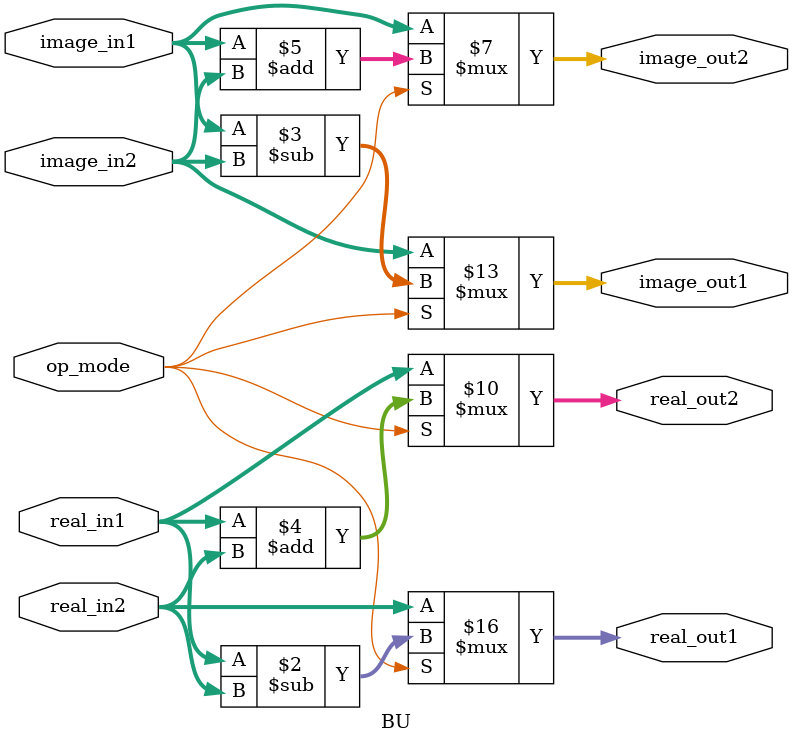
<source format=sv>
module BU(
input 			signed			op_mode,
input 			signed	[31:0]	real_in1,real_in2,image_in1,image_in2,
output logic	signed	[31:0]	real_out1,real_out2,image_out1,image_out2
);


always_comb begin
	if(op_mode) begin
		real_out1 	= real_in1 - real_in2;
		image_out1 	= image_in1 - image_in2;
		real_out2 	= real_in1 + real_in2;
		image_out2 	= image_in1 + image_in2;
	end
	else begin
		real_out1 	= real_in2;
		image_out1 	= image_in2;
		real_out2 	= real_in1;
		image_out2 	= image_in1;
	end
end

endmodule
</source>
